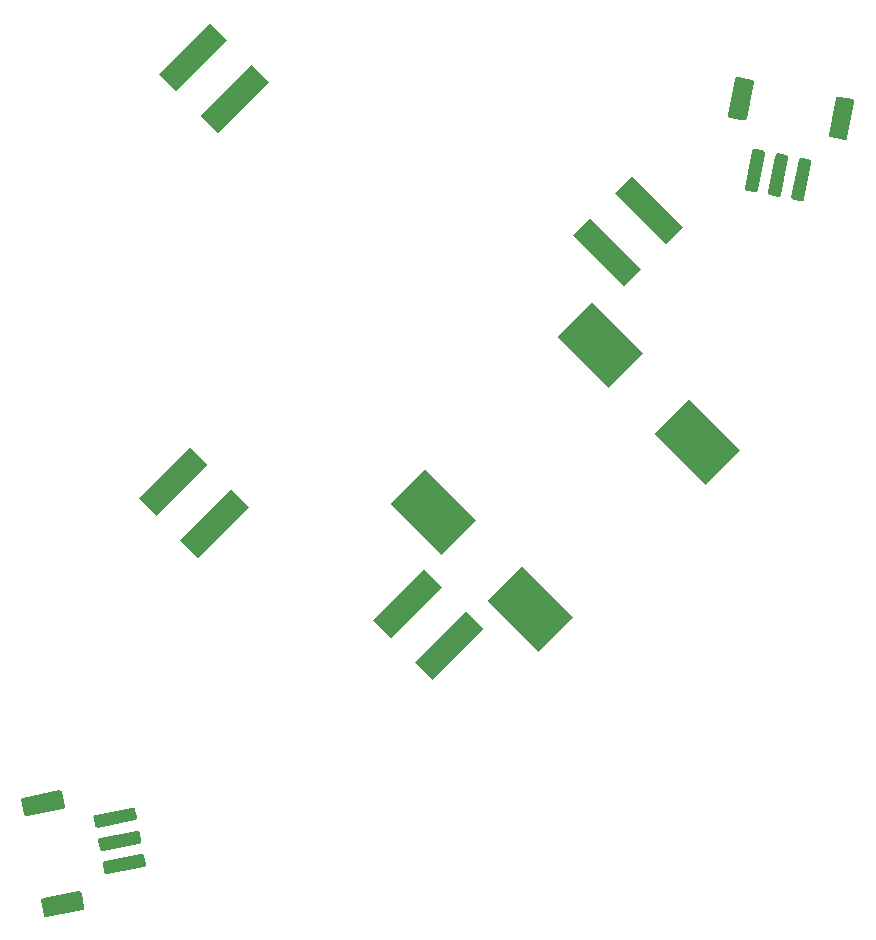
<source format=gbs>
G04 #@! TF.GenerationSoftware,KiCad,Pcbnew,5.1.4+dfsg1-1*
G04 #@! TF.CreationDate,2019-11-16T18:33:33+01:00*
G04 #@! TF.ProjectId,LED-Polyhedron,4c45442d-506f-46c7-9968-6564726f6e2e,rev?*
G04 #@! TF.SameCoordinates,Original*
G04 #@! TF.FileFunction,Soldermask,Bot*
G04 #@! TF.FilePolarity,Negative*
%FSLAX46Y46*%
G04 Gerber Fmt 4.6, Leading zero omitted, Abs format (unit mm)*
G04 Created by KiCad (PCBNEW 5.1.4+dfsg1-1) date 2019-11-16 18:33:33*
%MOMM*%
%LPD*%
G04 APERTURE LIST*
%ADD10C,0.100000*%
G04 APERTURE END LIST*
D10*
G36*
X21140541Y-85138985D02*
G01*
X21174837Y-85149552D01*
X21206410Y-85166605D01*
X21234051Y-85189492D01*
X21256698Y-85217335D01*
X21273475Y-85249055D01*
X21285510Y-85289361D01*
X21518750Y-86489281D01*
X21522690Y-86531152D01*
X21519016Y-86566851D01*
X21508449Y-86601147D01*
X21491396Y-86632720D01*
X21468509Y-86660361D01*
X21440666Y-86683008D01*
X21408946Y-86699785D01*
X21368640Y-86711820D01*
X18303629Y-87307597D01*
X18261758Y-87311537D01*
X18226059Y-87307863D01*
X18191763Y-87297296D01*
X18160190Y-87280243D01*
X18132549Y-87257356D01*
X18109902Y-87229513D01*
X18093125Y-87197793D01*
X18081090Y-87157487D01*
X17847850Y-85957567D01*
X17843910Y-85915696D01*
X17847584Y-85879997D01*
X17858151Y-85845701D01*
X17875204Y-85814128D01*
X17898091Y-85786487D01*
X17925934Y-85763840D01*
X17957654Y-85747063D01*
X17997960Y-85735028D01*
X21062971Y-85139251D01*
X21104842Y-85135311D01*
X21140541Y-85138985D01*
X21140541Y-85138985D01*
G37*
G36*
X26415927Y-81976522D02*
G01*
X26455722Y-81988783D01*
X26492354Y-82008569D01*
X26524425Y-82035124D01*
X26550699Y-82067426D01*
X26570165Y-82104230D01*
X26583844Y-82150043D01*
X26710486Y-82801563D01*
X26714965Y-82849161D01*
X26710702Y-82890580D01*
X26698442Y-82930370D01*
X26678656Y-82967003D01*
X26652101Y-82999074D01*
X26619801Y-83025347D01*
X26582993Y-83044814D01*
X26537179Y-83058494D01*
X23431594Y-83662159D01*
X23383994Y-83666638D01*
X23342581Y-83662376D01*
X23302786Y-83650115D01*
X23266154Y-83630329D01*
X23234083Y-83603774D01*
X23207809Y-83571472D01*
X23188343Y-83534668D01*
X23174664Y-83488855D01*
X23048022Y-82837335D01*
X23043543Y-82789737D01*
X23047806Y-82748318D01*
X23060066Y-82708528D01*
X23079852Y-82671895D01*
X23106407Y-82639824D01*
X23138707Y-82613551D01*
X23175515Y-82594084D01*
X23221329Y-82580404D01*
X26326914Y-81976739D01*
X26374514Y-81972260D01*
X26415927Y-81976522D01*
X26415927Y-81976522D01*
G37*
G36*
X26034310Y-80013267D02*
G01*
X26074105Y-80025528D01*
X26110737Y-80045314D01*
X26142808Y-80071869D01*
X26169082Y-80104171D01*
X26188548Y-80140975D01*
X26202227Y-80186788D01*
X26328869Y-80838308D01*
X26333348Y-80885906D01*
X26329085Y-80927325D01*
X26316825Y-80967115D01*
X26297039Y-81003748D01*
X26270484Y-81035819D01*
X26238184Y-81062092D01*
X26201376Y-81081559D01*
X26155562Y-81095239D01*
X23049977Y-81698904D01*
X23002377Y-81703383D01*
X22960964Y-81699121D01*
X22921169Y-81686860D01*
X22884537Y-81667074D01*
X22852466Y-81640519D01*
X22826192Y-81608217D01*
X22806726Y-81571413D01*
X22793047Y-81525600D01*
X22666405Y-80874080D01*
X22661926Y-80826482D01*
X22666189Y-80785063D01*
X22678449Y-80745273D01*
X22698235Y-80708640D01*
X22724790Y-80676569D01*
X22757090Y-80650296D01*
X22793898Y-80630829D01*
X22839712Y-80617149D01*
X25945297Y-80013484D01*
X25992897Y-80009005D01*
X26034310Y-80013267D01*
X26034310Y-80013267D01*
G37*
G36*
X25652692Y-78050013D02*
G01*
X25692487Y-78062274D01*
X25729119Y-78082060D01*
X25761190Y-78108615D01*
X25787464Y-78140917D01*
X25806930Y-78177721D01*
X25820609Y-78223534D01*
X25947251Y-78875054D01*
X25951730Y-78922652D01*
X25947467Y-78964071D01*
X25935207Y-79003861D01*
X25915421Y-79040494D01*
X25888866Y-79072565D01*
X25856566Y-79098838D01*
X25819758Y-79118305D01*
X25773944Y-79131985D01*
X22668359Y-79735650D01*
X22620759Y-79740129D01*
X22579346Y-79735867D01*
X22539551Y-79723606D01*
X22502919Y-79703820D01*
X22470848Y-79677265D01*
X22444574Y-79644963D01*
X22425108Y-79608159D01*
X22411429Y-79562346D01*
X22284787Y-78910826D01*
X22280308Y-78863228D01*
X22284571Y-78821809D01*
X22296831Y-78782019D01*
X22316617Y-78745386D01*
X22343172Y-78713315D01*
X22375472Y-78687042D01*
X22412280Y-78667575D01*
X22458094Y-78653895D01*
X25563679Y-78050230D01*
X25611279Y-78045751D01*
X25652692Y-78050013D01*
X25652692Y-78050013D01*
G37*
G36*
X19480503Y-76598829D02*
G01*
X19514799Y-76609396D01*
X19546372Y-76626449D01*
X19574013Y-76649336D01*
X19596660Y-76677179D01*
X19613437Y-76708899D01*
X19625472Y-76749205D01*
X19858712Y-77949125D01*
X19862652Y-77990996D01*
X19858978Y-78026695D01*
X19848411Y-78060991D01*
X19831358Y-78092564D01*
X19808471Y-78120205D01*
X19780628Y-78142852D01*
X19748908Y-78159629D01*
X19708602Y-78171664D01*
X16643591Y-78767441D01*
X16601720Y-78771381D01*
X16566021Y-78767707D01*
X16531725Y-78757140D01*
X16500152Y-78740087D01*
X16472511Y-78717200D01*
X16449864Y-78689357D01*
X16433087Y-78657637D01*
X16421052Y-78617331D01*
X16187812Y-77417411D01*
X16183872Y-77375540D01*
X16187546Y-77339841D01*
X16198113Y-77305545D01*
X16215166Y-77273972D01*
X16238053Y-77246331D01*
X16265896Y-77223684D01*
X16297616Y-77206907D01*
X16337922Y-77194872D01*
X19402933Y-76599095D01*
X19444804Y-76595155D01*
X19480503Y-76598829D01*
X19480503Y-76598829D01*
G37*
G36*
X55303193Y-62908679D02*
G01*
X50988427Y-67223445D01*
X49502089Y-65737107D01*
X53816855Y-61422341D01*
X55303193Y-62908679D01*
X55303193Y-62908679D01*
G37*
G36*
X62897659Y-61937107D02*
G01*
X59997107Y-64837659D01*
X55682341Y-60522893D01*
X58582893Y-57622341D01*
X62897659Y-61937107D01*
X62897659Y-61937107D01*
G37*
G36*
X51767659Y-59373145D02*
G01*
X47452893Y-63687911D01*
X45966555Y-62201573D01*
X50281321Y-57886807D01*
X51767659Y-59373145D01*
X51767659Y-59373145D01*
G37*
G36*
X35443445Y-52578427D02*
G01*
X31128679Y-56893193D01*
X29642341Y-55406855D01*
X33957107Y-51092089D01*
X35443445Y-52578427D01*
X35443445Y-52578427D01*
G37*
G36*
X54695220Y-53734668D02*
G01*
X51794668Y-56635220D01*
X47479902Y-52320454D01*
X50380454Y-49419902D01*
X54695220Y-53734668D01*
X54695220Y-53734668D01*
G37*
G36*
X31907911Y-49042893D02*
G01*
X27593145Y-53357659D01*
X26106807Y-51871321D01*
X30421573Y-47556555D01*
X31907911Y-49042893D01*
X31907911Y-49042893D01*
G37*
G36*
X77039794Y-47794972D02*
G01*
X74139242Y-50695524D01*
X69824476Y-46380758D01*
X72725028Y-43480206D01*
X77039794Y-47794972D01*
X77039794Y-47794972D01*
G37*
G36*
X68837355Y-39592533D02*
G01*
X65936803Y-42493085D01*
X61622037Y-38178319D01*
X64522589Y-35277767D01*
X68837355Y-39592533D01*
X68837355Y-39592533D01*
G37*
G36*
X68677911Y-32417107D02*
G01*
X67191573Y-33903445D01*
X62876807Y-29588679D01*
X64363145Y-28102341D01*
X68677911Y-32417107D01*
X68677911Y-32417107D01*
G37*
G36*
X72213445Y-28881573D02*
G01*
X70727107Y-30367911D01*
X66412341Y-26053145D01*
X67898679Y-24566807D01*
X72213445Y-28881573D01*
X72213445Y-28881573D01*
G37*
G36*
X82237335Y-23048022D02*
G01*
X82888852Y-23174663D01*
X82934666Y-23188343D01*
X82971474Y-23207810D01*
X83003774Y-23234083D01*
X83030329Y-23266154D01*
X83050115Y-23302787D01*
X83062375Y-23342577D01*
X83066638Y-23383996D01*
X83062159Y-23431594D01*
X82458493Y-26537182D01*
X82444814Y-26582995D01*
X82425348Y-26619799D01*
X82399074Y-26652101D01*
X82367003Y-26678656D01*
X82330371Y-26698442D01*
X82290576Y-26710703D01*
X82249163Y-26714965D01*
X82201563Y-26710486D01*
X81550046Y-26583845D01*
X81504232Y-26570165D01*
X81467424Y-26550698D01*
X81435124Y-26524425D01*
X81408569Y-26492354D01*
X81388783Y-26455721D01*
X81376523Y-26415931D01*
X81372260Y-26374512D01*
X81376739Y-26326914D01*
X81980405Y-23221326D01*
X81994084Y-23175513D01*
X82013550Y-23138709D01*
X82039824Y-23106407D01*
X82071895Y-23079852D01*
X82108527Y-23060066D01*
X82148322Y-23047805D01*
X82189735Y-23043543D01*
X82237335Y-23048022D01*
X82237335Y-23048022D01*
G37*
G36*
X80274080Y-22666405D02*
G01*
X80925597Y-22793046D01*
X80971411Y-22806726D01*
X81008219Y-22826193D01*
X81040519Y-22852466D01*
X81067074Y-22884537D01*
X81086860Y-22921170D01*
X81099120Y-22960960D01*
X81103383Y-23002379D01*
X81098904Y-23049977D01*
X80495238Y-26155565D01*
X80481559Y-26201378D01*
X80462093Y-26238182D01*
X80435819Y-26270484D01*
X80403748Y-26297039D01*
X80367116Y-26316825D01*
X80327321Y-26329086D01*
X80285908Y-26333348D01*
X80238308Y-26328869D01*
X79586791Y-26202228D01*
X79540977Y-26188548D01*
X79504169Y-26169081D01*
X79471869Y-26142808D01*
X79445314Y-26110737D01*
X79425528Y-26074104D01*
X79413268Y-26034314D01*
X79409005Y-25992895D01*
X79413484Y-25945297D01*
X80017150Y-22839709D01*
X80030829Y-22793896D01*
X80050295Y-22757092D01*
X80076569Y-22724790D01*
X80108640Y-22698235D01*
X80145272Y-22678449D01*
X80185067Y-22666188D01*
X80226480Y-22661926D01*
X80274080Y-22666405D01*
X80274080Y-22666405D01*
G37*
G36*
X78310826Y-22284787D02*
G01*
X78962343Y-22411428D01*
X79008157Y-22425108D01*
X79044965Y-22444575D01*
X79077265Y-22470848D01*
X79103820Y-22502919D01*
X79123606Y-22539552D01*
X79135866Y-22579342D01*
X79140129Y-22620761D01*
X79135650Y-22668359D01*
X78531984Y-25773947D01*
X78518305Y-25819760D01*
X78498839Y-25856564D01*
X78472565Y-25888866D01*
X78440494Y-25915421D01*
X78403862Y-25935207D01*
X78364067Y-25947468D01*
X78322654Y-25951730D01*
X78275054Y-25947251D01*
X77623537Y-25820610D01*
X77577723Y-25806930D01*
X77540915Y-25787463D01*
X77508615Y-25761190D01*
X77482060Y-25729119D01*
X77462274Y-25692486D01*
X77450014Y-25652696D01*
X77445751Y-25611277D01*
X77450230Y-25563679D01*
X78053896Y-22458091D01*
X78067575Y-22412278D01*
X78087041Y-22375474D01*
X78113315Y-22343172D01*
X78145386Y-22316617D01*
X78182018Y-22296831D01*
X78221813Y-22284570D01*
X78263226Y-22280308D01*
X78310826Y-22284787D01*
X78310826Y-22284787D01*
G37*
G36*
X85357567Y-17847850D02*
G01*
X85433341Y-17862579D01*
X85433342Y-17862579D01*
X85498292Y-17875204D01*
X86557487Y-18081090D01*
X86597793Y-18093125D01*
X86629513Y-18109902D01*
X86657356Y-18132549D01*
X86680243Y-18160190D01*
X86697296Y-18191763D01*
X86707863Y-18226059D01*
X86711537Y-18261758D01*
X86707597Y-18303629D01*
X86111820Y-21368640D01*
X86099785Y-21408946D01*
X86083008Y-21440666D01*
X86060361Y-21468509D01*
X86032720Y-21491396D01*
X86001147Y-21508449D01*
X85966851Y-21519016D01*
X85931152Y-21522690D01*
X85889281Y-21518750D01*
X85813507Y-21504021D01*
X85813506Y-21504021D01*
X85603912Y-21463280D01*
X84689361Y-21285510D01*
X84649055Y-21273475D01*
X84617335Y-21256698D01*
X84589492Y-21234051D01*
X84566605Y-21206410D01*
X84549552Y-21174837D01*
X84538985Y-21140541D01*
X84535311Y-21104842D01*
X84539251Y-21062971D01*
X85135028Y-17997960D01*
X85147063Y-17957654D01*
X85163840Y-17925934D01*
X85186487Y-17898091D01*
X85214128Y-17875204D01*
X85245701Y-17858151D01*
X85279997Y-17847584D01*
X85315696Y-17843910D01*
X85357567Y-17847850D01*
X85357567Y-17847850D01*
G37*
G36*
X37143193Y-16628679D02*
G01*
X32828427Y-20943445D01*
X31342089Y-19457107D01*
X35656855Y-15142341D01*
X37143193Y-16628679D01*
X37143193Y-16628679D01*
G37*
G36*
X76817411Y-16187812D02*
G01*
X76893185Y-16202541D01*
X76893186Y-16202541D01*
X76958136Y-16215166D01*
X78017331Y-16421052D01*
X78057637Y-16433087D01*
X78089357Y-16449864D01*
X78117200Y-16472511D01*
X78140087Y-16500152D01*
X78157140Y-16531725D01*
X78167707Y-16566021D01*
X78171381Y-16601720D01*
X78167441Y-16643591D01*
X77571664Y-19708602D01*
X77559629Y-19748908D01*
X77542852Y-19780628D01*
X77520205Y-19808471D01*
X77492564Y-19831358D01*
X77460991Y-19848411D01*
X77426695Y-19858978D01*
X77390996Y-19862652D01*
X77349125Y-19858712D01*
X77273351Y-19843983D01*
X77273350Y-19843983D01*
X77063756Y-19803242D01*
X76149205Y-19625472D01*
X76108899Y-19613437D01*
X76077179Y-19596660D01*
X76049336Y-19574013D01*
X76026449Y-19546372D01*
X76009396Y-19514799D01*
X75998829Y-19480503D01*
X75995155Y-19444804D01*
X75999095Y-19402933D01*
X76594872Y-16337922D01*
X76606907Y-16297616D01*
X76623684Y-16265896D01*
X76646331Y-16238053D01*
X76673972Y-16215166D01*
X76705545Y-16198113D01*
X76739841Y-16187546D01*
X76775540Y-16183872D01*
X76817411Y-16187812D01*
X76817411Y-16187812D01*
G37*
G36*
X33607659Y-13093145D02*
G01*
X29292893Y-17407911D01*
X27806555Y-15921573D01*
X32121321Y-11606807D01*
X33607659Y-13093145D01*
X33607659Y-13093145D01*
G37*
M02*

</source>
